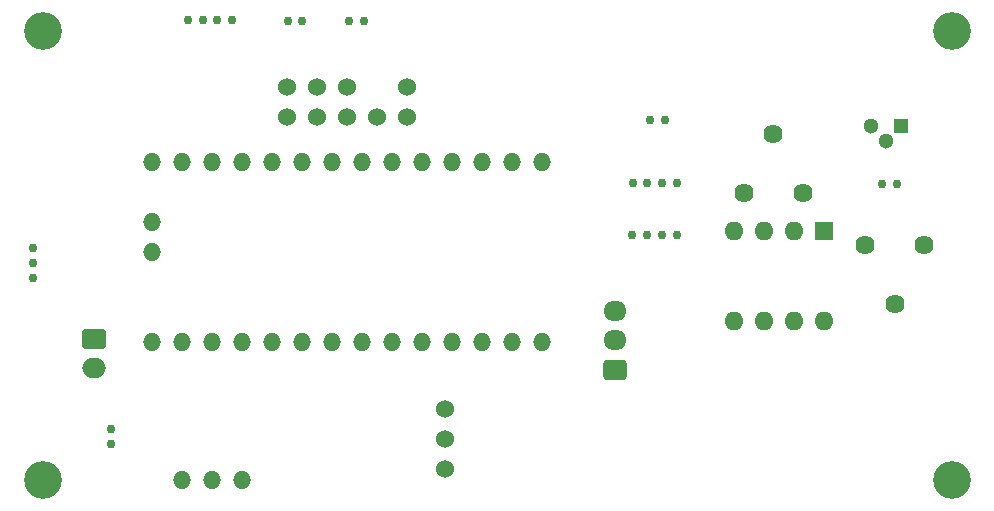
<source format=gbr>
%TF.GenerationSoftware,KiCad,Pcbnew,7.0.9*%
%TF.CreationDate,2024-08-05T23:00:28+10:00*%
%TF.ProjectId,AFPI Device V1.1,41465049-2044-4657-9669-63652056312e,rev?*%
%TF.SameCoordinates,Original*%
%TF.FileFunction,Soldermask,Bot*%
%TF.FilePolarity,Negative*%
%FSLAX46Y46*%
G04 Gerber Fmt 4.6, Leading zero omitted, Abs format (unit mm)*
G04 Created by KiCad (PCBNEW 7.0.9) date 2024-08-05 23:00:28*
%MOMM*%
%LPD*%
G01*
G04 APERTURE LIST*
G04 Aperture macros list*
%AMRoundRect*
0 Rectangle with rounded corners*
0 $1 Rounding radius*
0 $2 $3 $4 $5 $6 $7 $8 $9 X,Y pos of 4 corners*
0 Add a 4 corners polygon primitive as box body*
4,1,4,$2,$3,$4,$5,$6,$7,$8,$9,$2,$3,0*
0 Add four circle primitives for the rounded corners*
1,1,$1+$1,$2,$3*
1,1,$1+$1,$4,$5*
1,1,$1+$1,$6,$7*
1,1,$1+$1,$8,$9*
0 Add four rect primitives between the rounded corners*
20,1,$1+$1,$2,$3,$4,$5,0*
20,1,$1+$1,$4,$5,$6,$7,0*
20,1,$1+$1,$6,$7,$8,$9,0*
20,1,$1+$1,$8,$9,$2,$3,0*%
G04 Aperture macros list end*
%ADD10C,1.524000*%
%ADD11O,1.524000X1.524000*%
%ADD12C,3.200000*%
%ADD13RoundRect,0.250000X0.725000X-0.600000X0.725000X0.600000X-0.725000X0.600000X-0.725000X-0.600000X0*%
%ADD14O,1.950000X1.700000*%
%ADD15C,0.750000*%
%ADD16RoundRect,0.250000X-0.750000X0.600000X-0.750000X-0.600000X0.750000X-0.600000X0.750000X0.600000X0*%
%ADD17O,2.000000X1.700000*%
%ADD18C,1.620000*%
%ADD19R,1.600000X1.600000*%
%ADD20O,1.600000X1.600000*%
%ADD21R,1.300000X1.300000*%
%ADD22C,1.300000*%
G04 APERTURE END LIST*
D10*
%TO.C,U3*%
X133223000Y-109220000D03*
X128143000Y-109220000D03*
D11*
X114173000Y-142494000D03*
X116713000Y-142494000D03*
X119253000Y-142494000D03*
D10*
X136423400Y-141620240D03*
X136423400Y-139082780D03*
X136423400Y-136502140D03*
X123063000Y-109220000D03*
X125603000Y-109220000D03*
X123063000Y-111760000D03*
X125603000Y-111760000D03*
X128143000Y-111760000D03*
X130683000Y-111760000D03*
X133223000Y-111760000D03*
D11*
X111633000Y-115570000D03*
X114173000Y-115570000D03*
X116713000Y-115570000D03*
X119253000Y-115570000D03*
X121793000Y-115570000D03*
X124333000Y-115570000D03*
X126873000Y-115570000D03*
X129413000Y-115570000D03*
X131953000Y-115570000D03*
X134493000Y-115570000D03*
X137033000Y-115570000D03*
X139573000Y-115570000D03*
X142113000Y-115570000D03*
X144653000Y-115570000D03*
X111633000Y-123190000D03*
X111633000Y-120650000D03*
X144653000Y-130810000D03*
X142113000Y-130810000D03*
X139573000Y-130810000D03*
X137033000Y-130810000D03*
X134493000Y-130810000D03*
X131953000Y-130810000D03*
X129413000Y-130810000D03*
X126873000Y-130810000D03*
X124333000Y-130810000D03*
X121793000Y-130810000D03*
X119253000Y-130810000D03*
X116713000Y-130810000D03*
X114173000Y-130810000D03*
X111633000Y-130810000D03*
%TD*%
D12*
%TO.C,REF\u002A\u002A*%
X102343000Y-142494000D03*
%TD*%
%TO.C,REF\u002A\u002A*%
X102343000Y-104521000D03*
%TD*%
%TO.C,REF\u002A\u002A*%
X179343000Y-104521000D03*
%TD*%
%TO.C,REF\u002A\u002A*%
X179343000Y-142521000D03*
%TD*%
D13*
%TO.C,J1*%
X150766000Y-133183000D03*
D14*
X150766000Y-130683000D03*
X150766000Y-128183000D03*
%TD*%
D15*
%TO.C,SW2*%
X155050000Y-112075000D03*
X153800000Y-112075000D03*
%TD*%
D16*
%TO.C,SW1*%
X106680000Y-130556000D03*
D17*
X106680000Y-133056000D03*
%TD*%
D15*
%TO.C,J9*%
X124333000Y-103632000D03*
X123083000Y-103632000D03*
%TD*%
%TO.C,J8*%
X118390000Y-103614000D03*
X117140000Y-103614000D03*
X115890000Y-103614000D03*
X114640000Y-103614000D03*
%TD*%
%TO.C,J7*%
X129520000Y-103632000D03*
X128270000Y-103632000D03*
%TD*%
%TO.C,J6*%
X174654000Y-117485000D03*
X173404000Y-117485000D03*
%TD*%
%TO.C,J5*%
X108146000Y-138213000D03*
X108146000Y-139463000D03*
%TD*%
%TO.C,J4*%
X101525000Y-122925000D03*
X101525000Y-124175000D03*
X101525000Y-125425000D03*
%TD*%
%TO.C,J3*%
X156050000Y-117375000D03*
X154800000Y-117375000D03*
X153550000Y-117375000D03*
X152300000Y-117375000D03*
%TD*%
%TO.C,J2*%
X152274000Y-121820000D03*
X153524000Y-121820000D03*
X154774000Y-121820000D03*
X156024000Y-121820000D03*
%TD*%
D18*
%TO.C,Gain1*%
X171998000Y-122595000D03*
X174498000Y-127595000D03*
X176998000Y-122595000D03*
%TD*%
%TO.C,Vol1*%
X161701000Y-118217000D03*
X164201000Y-113217000D03*
X166701000Y-118217000D03*
%TD*%
D19*
%TO.C,U2*%
X168519000Y-121422000D03*
D20*
X165979000Y-121422000D03*
X163439000Y-121422000D03*
X160899000Y-121422000D03*
X160899000Y-129042000D03*
X163439000Y-129042000D03*
X165979000Y-129042000D03*
X168519000Y-129042000D03*
%TD*%
D21*
%TO.C,Q1*%
X175035000Y-112532000D03*
D22*
X173765000Y-113802000D03*
X172495000Y-112532000D03*
%TD*%
M02*

</source>
